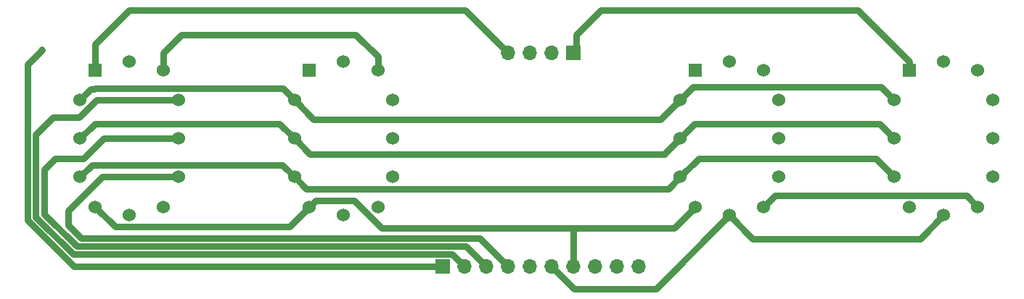
<source format=gtl>
G04 #@! TF.GenerationSoftware,KiCad,Pcbnew,(6.0.9)*
G04 #@! TF.CreationDate,2022-12-15T14:30:08+09:00*
G04 #@! TF.ProjectId,nixieupperside,6e697869-6575-4707-9065-72736964652e,rev?*
G04 #@! TF.SameCoordinates,Original*
G04 #@! TF.FileFunction,Copper,L1,Top*
G04 #@! TF.FilePolarity,Positive*
%FSLAX46Y46*%
G04 Gerber Fmt 4.6, Leading zero omitted, Abs format (unit mm)*
G04 Created by KiCad (PCBNEW (6.0.9)) date 2022-12-15 14:30:08*
%MOMM*%
%LPD*%
G01*
G04 APERTURE LIST*
G04 #@! TA.AperFunction,ComponentPad*
%ADD10R,1.524000X1.524000*%
G04 #@! TD*
G04 #@! TA.AperFunction,ComponentPad*
%ADD11C,1.524000*%
G04 #@! TD*
G04 #@! TA.AperFunction,ComponentPad*
%ADD12R,1.700000X1.700000*%
G04 #@! TD*
G04 #@! TA.AperFunction,ComponentPad*
%ADD13O,1.700000X1.700000*%
G04 #@! TD*
G04 #@! TA.AperFunction,ViaPad*
%ADD14C,0.800000*%
G04 #@! TD*
G04 #@! TA.AperFunction,Conductor*
%ADD15C,0.762000*%
G04 #@! TD*
G04 APERTURE END LIST*
D10*
X86000000Y-27000000D03*
X86000000Y-27000000D03*
X86000000Y-27000000D03*
X86000000Y-27000000D03*
X86000000Y-27000000D03*
X86000000Y-27000000D03*
X86000000Y-27000000D03*
X86000000Y-27000000D03*
D11*
X84250000Y-30500000D03*
X84250000Y-30500000D03*
X84250000Y-30500000D03*
X84250000Y-30500000D03*
X84250000Y-35000000D03*
X84250000Y-35000000D03*
X84250000Y-35000000D03*
X84250000Y-35000000D03*
X84250000Y-39500000D03*
X84250000Y-39500000D03*
X84250000Y-39500000D03*
X84250000Y-39500000D03*
X86000000Y-43000000D03*
X86000000Y-43000000D03*
X86000000Y-43000000D03*
X86000000Y-43000000D03*
X90000000Y-44000000D03*
X90000000Y-44000000D03*
X90000000Y-44000000D03*
X90000000Y-44000000D03*
X94000000Y-43000000D03*
X94000000Y-43000000D03*
X94000000Y-43000000D03*
X94000000Y-43000000D03*
X95750000Y-39500000D03*
X95750000Y-39500000D03*
X95750000Y-39500000D03*
X95750000Y-39500000D03*
X95750000Y-35000000D03*
X95750000Y-35000000D03*
X95750000Y-35000000D03*
X95750000Y-35000000D03*
X95750000Y-30500000D03*
X95750000Y-30500000D03*
X95750000Y-30500000D03*
X95750000Y-30500000D03*
X94000000Y-27000000D03*
X94000000Y-27000000D03*
X94000000Y-27000000D03*
X94000000Y-27000000D03*
X90000000Y-26000000D03*
X90000000Y-26000000D03*
X90000000Y-26000000D03*
X90000000Y-26000000D03*
D10*
X156000000Y-27000000D03*
X156000000Y-27000000D03*
X156000000Y-27000000D03*
X156000000Y-27000000D03*
X156000000Y-27000000D03*
X156000000Y-27000000D03*
X156000000Y-27000000D03*
X156000000Y-27000000D03*
D11*
X154250000Y-30500000D03*
X154250000Y-30500000D03*
X154250000Y-30500000D03*
X154250000Y-30500000D03*
X154250000Y-35000000D03*
X154250000Y-35000000D03*
X154250000Y-35000000D03*
X154250000Y-35000000D03*
X154250000Y-39500000D03*
X154250000Y-39500000D03*
X154250000Y-39500000D03*
X154250000Y-39500000D03*
X156000000Y-43000000D03*
X156000000Y-43000000D03*
X156000000Y-43000000D03*
X156000000Y-43000000D03*
X160000000Y-44000000D03*
X160000000Y-44000000D03*
X160000000Y-44000000D03*
X160000000Y-44000000D03*
X164000000Y-43000000D03*
X164000000Y-43000000D03*
X164000000Y-43000000D03*
X164000000Y-43000000D03*
X165750000Y-39500000D03*
X165750000Y-39500000D03*
X165750000Y-39500000D03*
X165750000Y-39500000D03*
X165750000Y-35000000D03*
X165750000Y-35000000D03*
X165750000Y-35000000D03*
X165750000Y-35000000D03*
X165750000Y-30500000D03*
X165750000Y-30500000D03*
X165750000Y-30500000D03*
X165750000Y-30500000D03*
X164000000Y-27000000D03*
X164000000Y-27000000D03*
X164000000Y-27000000D03*
X164000000Y-27000000D03*
X160000000Y-26000000D03*
X160000000Y-26000000D03*
X160000000Y-26000000D03*
X160000000Y-26000000D03*
D10*
X61000000Y-27000000D03*
X61000000Y-27000000D03*
X61000000Y-27000000D03*
X61000000Y-27000000D03*
X61000000Y-27000000D03*
X61000000Y-27000000D03*
X61000000Y-27000000D03*
X61000000Y-27000000D03*
D11*
X59250000Y-30500000D03*
X59250000Y-30500000D03*
X59250000Y-30500000D03*
X59250000Y-30500000D03*
X59250000Y-35000000D03*
X59250000Y-35000000D03*
X59250000Y-35000000D03*
X59250000Y-35000000D03*
X59250000Y-39500000D03*
X59250000Y-39500000D03*
X59250000Y-39500000D03*
X59250000Y-39500000D03*
X61000000Y-43000000D03*
X61000000Y-43000000D03*
X61000000Y-43000000D03*
X61000000Y-43000000D03*
X65000000Y-44000000D03*
X65000000Y-44000000D03*
X65000000Y-44000000D03*
X65000000Y-44000000D03*
X69000000Y-43000000D03*
X69000000Y-43000000D03*
X69000000Y-43000000D03*
X69000000Y-43000000D03*
X70750000Y-39500000D03*
X70750000Y-39500000D03*
X70750000Y-39500000D03*
X70750000Y-39500000D03*
X70750000Y-35000000D03*
X70750000Y-35000000D03*
X70750000Y-35000000D03*
X70750000Y-35000000D03*
X70750000Y-30500000D03*
X70750000Y-30500000D03*
X70750000Y-30500000D03*
X70750000Y-30500000D03*
X69000000Y-27000000D03*
X69000000Y-27000000D03*
X69000000Y-27000000D03*
X69000000Y-27000000D03*
X65000000Y-26000000D03*
X65000000Y-26000000D03*
X65000000Y-26000000D03*
X65000000Y-26000000D03*
D12*
X116800000Y-25000000D03*
D13*
X114260000Y-25000000D03*
X111720000Y-25000000D03*
X109180000Y-25000000D03*
D12*
X101575000Y-50000000D03*
D13*
X104115000Y-50000000D03*
X106655000Y-50000000D03*
X109195000Y-50000000D03*
X111735000Y-50000000D03*
X114275000Y-50000000D03*
X116815000Y-50000000D03*
X119355000Y-50000000D03*
X121895000Y-50000000D03*
X124435000Y-50000000D03*
D10*
X131000000Y-27000000D03*
X131000000Y-27000000D03*
X131000000Y-27000000D03*
X131000000Y-27000000D03*
X131000000Y-27000000D03*
X131000000Y-27000000D03*
X131000000Y-27000000D03*
X131000000Y-27000000D03*
D11*
X129250000Y-30500000D03*
X129250000Y-30500000D03*
X129250000Y-30500000D03*
X129250000Y-30500000D03*
X129250000Y-35000000D03*
X129250000Y-35000000D03*
X129250000Y-35000000D03*
X129250000Y-35000000D03*
X129250000Y-39500000D03*
X129250000Y-39500000D03*
X129250000Y-39500000D03*
X129250000Y-39500000D03*
X131000000Y-43000000D03*
X131000000Y-43000000D03*
X131000000Y-43000000D03*
X131000000Y-43000000D03*
X135000000Y-44000000D03*
X135000000Y-44000000D03*
X135000000Y-44000000D03*
X135000000Y-44000000D03*
X139000000Y-43000000D03*
X139000000Y-43000000D03*
X139000000Y-43000000D03*
X139000000Y-43000000D03*
X140750000Y-39500000D03*
X140750000Y-39500000D03*
X140750000Y-39500000D03*
X140750000Y-39500000D03*
X140750000Y-35000000D03*
X140750000Y-35000000D03*
X140750000Y-35000000D03*
X140750000Y-35000000D03*
X140750000Y-30500000D03*
X140750000Y-30500000D03*
X140750000Y-30500000D03*
X140750000Y-30500000D03*
X139000000Y-27000000D03*
X139000000Y-27000000D03*
X139000000Y-27000000D03*
X139000000Y-27000000D03*
X135000000Y-26000000D03*
X135000000Y-26000000D03*
X135000000Y-26000000D03*
X135000000Y-26000000D03*
D14*
X54864000Y-24638000D03*
D15*
X117143000Y-22857000D02*
X120000000Y-20000000D01*
X120000000Y-20000000D02*
X150000000Y-20000000D01*
X156000000Y-26000000D02*
X156000000Y-27000000D01*
X117143000Y-24657000D02*
X117143000Y-22857000D01*
X150000000Y-20000000D02*
X156000000Y-26000000D01*
X116800000Y-25000000D02*
X117143000Y-24657000D01*
X61000000Y-24000000D02*
X61000000Y-27000000D01*
X104180000Y-20000000D02*
X65000000Y-20000000D01*
X65000000Y-20000000D02*
X61000000Y-24000000D01*
X109180000Y-25000000D02*
X104180000Y-20000000D01*
X91440000Y-22860000D02*
X94000000Y-25420000D01*
X53140000Y-44594474D02*
X58545526Y-50000000D01*
X94000000Y-25420000D02*
X94000000Y-27000000D01*
X53140000Y-26362000D02*
X53140000Y-44594474D01*
X71120000Y-22860000D02*
X91440000Y-22860000D01*
X69000000Y-24980000D02*
X71120000Y-22860000D01*
X69000000Y-27000000D02*
X69000000Y-24980000D01*
X54864000Y-24638000D02*
X53140000Y-26362000D01*
X58545526Y-50000000D02*
X101575000Y-50000000D01*
X54102000Y-44196000D02*
X54102000Y-34544000D01*
X56134000Y-32512000D02*
X59182000Y-32512000D01*
X59182000Y-32512000D02*
X61194000Y-30500000D01*
X54102000Y-34544000D02*
X56134000Y-32512000D01*
X58475000Y-48569000D02*
X54102000Y-44196000D01*
X61194000Y-30500000D02*
X70750000Y-30500000D01*
X102684000Y-48569000D02*
X58475000Y-48569000D01*
X104115000Y-50000000D02*
X102684000Y-48569000D01*
X106655000Y-50000000D02*
X104262000Y-47607000D01*
X59690000Y-37338000D02*
X62028000Y-35000000D01*
X56388000Y-37338000D02*
X59690000Y-37338000D01*
X62028000Y-35000000D02*
X70750000Y-35000000D01*
X58873474Y-47607000D02*
X55118000Y-43851526D01*
X55118000Y-38608000D02*
X56388000Y-37338000D01*
X55118000Y-43851526D02*
X55118000Y-38608000D01*
X104262000Y-47607000D02*
X58873474Y-47607000D01*
X61846000Y-39500000D02*
X70750000Y-39500000D01*
X109195000Y-50000000D02*
X105840000Y-46645000D01*
X57912000Y-45121000D02*
X57912000Y-43434000D01*
X57912000Y-43434000D02*
X61846000Y-39500000D01*
X105840000Y-46645000D02*
X59436000Y-46645000D01*
X59436000Y-46645000D02*
X57912000Y-45121000D01*
X162657000Y-41657000D02*
X164000000Y-43000000D01*
X140343000Y-41657000D02*
X162657000Y-41657000D01*
X139000000Y-43000000D02*
X140343000Y-41657000D01*
X116853000Y-52578000D02*
X126422000Y-52578000D01*
X126422000Y-52578000D02*
X135000000Y-44000000D01*
X157264000Y-46736000D02*
X160000000Y-44000000D01*
X137736000Y-46736000D02*
X157264000Y-46736000D01*
X114275000Y-50000000D02*
X116853000Y-52578000D01*
X135000000Y-44000000D02*
X137736000Y-46736000D01*
X61000000Y-43000000D02*
X63343000Y-45343000D01*
X86000000Y-43000000D02*
X86761999Y-42238001D01*
X131000000Y-43000000D02*
X128534000Y-45466000D01*
X86761999Y-42238001D02*
X91260001Y-42238001D01*
X83657000Y-45343000D02*
X86000000Y-43000000D01*
X116815000Y-45491000D02*
X116840000Y-45466000D01*
X128534000Y-45466000D02*
X117348000Y-45466000D01*
X116815000Y-50000000D02*
X116815000Y-45491000D01*
X117348000Y-45466000D02*
X116840000Y-45466000D01*
X91260001Y-42238001D02*
X94488000Y-45466000D01*
X63343000Y-45343000D02*
X83657000Y-45343000D01*
X94488000Y-45466000D02*
X117348000Y-45466000D01*
X129250000Y-39500000D02*
X131412000Y-37338000D01*
X152088000Y-37338000D02*
X154250000Y-39500000D01*
X59250000Y-39500000D02*
X60650000Y-38100000D01*
X129250000Y-39500000D02*
X127856000Y-40894000D01*
X131412000Y-37338000D02*
X152088000Y-37338000D01*
X85644000Y-40894000D02*
X84250000Y-39500000D01*
X82850000Y-38100000D02*
X84250000Y-39500000D01*
X60650000Y-38100000D02*
X82850000Y-38100000D01*
X127856000Y-40894000D02*
X85644000Y-40894000D01*
X60976000Y-33274000D02*
X82524000Y-33274000D01*
X129250000Y-35000000D02*
X127508000Y-36742000D01*
X82524000Y-33274000D02*
X84250000Y-35000000D01*
X86080000Y-36830000D02*
X84250000Y-35000000D01*
X127508000Y-36742000D02*
X127508000Y-36830000D01*
X152524000Y-33274000D02*
X154250000Y-35000000D01*
X129250000Y-35000000D02*
X130976000Y-33274000D01*
X130976000Y-33274000D02*
X152524000Y-33274000D01*
X127508000Y-36830000D02*
X86080000Y-36830000D01*
X59250000Y-35000000D02*
X60976000Y-33274000D01*
X126984000Y-32766000D02*
X86516000Y-32766000D01*
X59250000Y-30500000D02*
X60540000Y-29210000D01*
X86516000Y-32766000D02*
X84250000Y-30500000D01*
X129250000Y-30500000D02*
X130794000Y-28956000D01*
X152706000Y-28956000D02*
X154250000Y-30500000D01*
X130794000Y-28956000D02*
X152706000Y-28956000D01*
X129250000Y-30500000D02*
X126984000Y-32766000D01*
X60540000Y-29210000D02*
X60960000Y-29210000D01*
X61013000Y-29157000D02*
X82907000Y-29157000D01*
X60960000Y-29210000D02*
X61013000Y-29157000D01*
X82907000Y-29157000D02*
X84250000Y-30500000D01*
M02*

</source>
